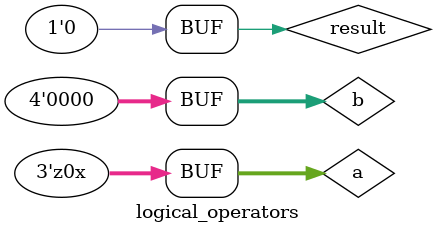
<source format=v>
module logical_operators();
reg[2:0]a=3'b111;
reg[3:0]b=4'b0000;
reg result;
initial begin
$monitor("a=%b, b=%b, result=%b",a,b,result);
end
initial begin
result=!a;
#1;
result=!b;
#1;
result=a && b;
#1;
result=a||b;
#1;
a=3'bz0x;
result=!a;
#1;
result=a||b;
#1;
result=a&&b;
end
endmodule
</source>
